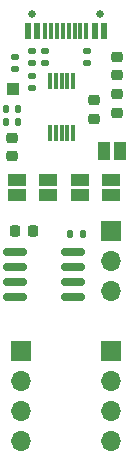
<source format=gbr>
%TF.GenerationSoftware,KiCad,Pcbnew,6.0.11+dfsg-1~bpo11+1*%
%TF.CreationDate,2023-10-28T20:26:38+09:00*%
%TF.ProjectId,pcb-devboard,7063622d-6465-4766-926f-6172642e6b69,rev?*%
%TF.SameCoordinates,Original*%
%TF.FileFunction,Soldermask,Top*%
%TF.FilePolarity,Negative*%
%FSLAX46Y46*%
G04 Gerber Fmt 4.6, Leading zero omitted, Abs format (unit mm)*
G04 Created by KiCad (PCBNEW 6.0.11+dfsg-1~bpo11+1) date 2023-10-28 20:26:38*
%MOMM*%
%LPD*%
G01*
G04 APERTURE LIST*
G04 Aperture macros list*
%AMRoundRect*
0 Rectangle with rounded corners*
0 $1 Rounding radius*
0 $2 $3 $4 $5 $6 $7 $8 $9 X,Y pos of 4 corners*
0 Add a 4 corners polygon primitive as box body*
4,1,4,$2,$3,$4,$5,$6,$7,$8,$9,$2,$3,0*
0 Add four circle primitives for the rounded corners*
1,1,$1+$1,$2,$3*
1,1,$1+$1,$4,$5*
1,1,$1+$1,$6,$7*
1,1,$1+$1,$8,$9*
0 Add four rect primitives between the rounded corners*
20,1,$1+$1,$2,$3,$4,$5,0*
20,1,$1+$1,$4,$5,$6,$7,0*
20,1,$1+$1,$6,$7,$8,$9,0*
20,1,$1+$1,$8,$9,$2,$3,0*%
G04 Aperture macros list end*
%ADD10RoundRect,0.225000X-0.225000X-0.250000X0.225000X-0.250000X0.225000X0.250000X-0.225000X0.250000X0*%
%ADD11R,0.300000X1.400000*%
%ADD12RoundRect,0.135000X-0.185000X0.135000X-0.185000X-0.135000X0.185000X-0.135000X0.185000X0.135000X0*%
%ADD13R,1.500000X1.000000*%
%ADD14RoundRect,0.135000X-0.135000X-0.185000X0.135000X-0.185000X0.135000X0.185000X-0.135000X0.185000X0*%
%ADD15RoundRect,0.135000X0.185000X-0.135000X0.185000X0.135000X-0.185000X0.135000X-0.185000X-0.135000X0*%
%ADD16R,1.000000X1.500000*%
%ADD17RoundRect,0.218750X0.256250X-0.218750X0.256250X0.218750X-0.256250X0.218750X-0.256250X-0.218750X0*%
%ADD18C,0.650000*%
%ADD19R,0.600000X1.450000*%
%ADD20R,0.300000X1.450000*%
%ADD21RoundRect,0.225000X0.250000X-0.225000X0.250000X0.225000X-0.250000X0.225000X-0.250000X-0.225000X0*%
%ADD22RoundRect,0.135000X0.135000X0.185000X-0.135000X0.185000X-0.135000X-0.185000X0.135000X-0.185000X0*%
%ADD23RoundRect,0.150000X-0.825000X-0.150000X0.825000X-0.150000X0.825000X0.150000X-0.825000X0.150000X0*%
%ADD24R,1.000000X1.000000*%
%ADD25R,1.700000X1.700000*%
%ADD26O,1.700000X1.700000*%
G04 APERTURE END LIST*
D10*
%TO.C,C3*%
X141668200Y-109220000D03*
X143218200Y-109220000D03*
%TD*%
D11*
%TO.C,U1*%
X146643600Y-96555100D03*
X146143600Y-96555100D03*
X145643600Y-96555100D03*
X145143600Y-96555100D03*
X144643600Y-96555100D03*
X144643600Y-100955100D03*
X145143600Y-100955100D03*
X145643600Y-100955100D03*
X146143600Y-100955100D03*
X146643600Y-100955100D03*
%TD*%
D12*
%TO.C,R3*%
X141681200Y-94462500D03*
X141681200Y-95482500D03*
%TD*%
D13*
%TO.C,JP5*%
X149860000Y-104872000D03*
X149860000Y-106172000D03*
%TD*%
D14*
%TO.C,R7*%
X140966000Y-98932900D03*
X141986000Y-98932900D03*
%TD*%
D15*
%TO.C,R1*%
X147777200Y-94997900D03*
X147777200Y-93977900D03*
%TD*%
D16*
%TO.C,JP1*%
X149260800Y-102489000D03*
X150560800Y-102489000D03*
%TD*%
D13*
%TO.C,JP3*%
X147193000Y-104872000D03*
X147193000Y-106172000D03*
%TD*%
D17*
%TO.C,D1*%
X141478000Y-102895500D03*
X141478000Y-101320500D03*
%TD*%
D18*
%TO.C,USB1*%
X148889200Y-90887100D03*
X143109200Y-90887100D03*
D19*
X149224200Y-92332100D03*
X148449200Y-92332100D03*
D20*
X147749200Y-92332100D03*
X147249200Y-92332100D03*
X146749200Y-92332100D03*
X146249200Y-92332100D03*
X145749200Y-92332100D03*
X145249200Y-92332100D03*
X144749200Y-92332100D03*
X144249200Y-92332100D03*
D19*
X143549200Y-92332100D03*
X142774200Y-92332100D03*
%TD*%
D21*
%TO.C,C2*%
X148386800Y-99707900D03*
X148386800Y-98157900D03*
%TD*%
D22*
%TO.C,R6*%
X141986000Y-99999700D03*
X140966000Y-99999700D03*
%TD*%
D15*
%TO.C,R2*%
X144246600Y-94999900D03*
X144246600Y-93979900D03*
%TD*%
D12*
%TO.C,R5*%
X143103600Y-93979900D03*
X143103600Y-94999900D03*
%TD*%
D21*
%TO.C,C4*%
X150317200Y-99199900D03*
X150317200Y-97649900D03*
%TD*%
D13*
%TO.C,JP2*%
X144526000Y-104872000D03*
X144526000Y-106172000D03*
%TD*%
%TO.C,JP4*%
X141859000Y-104872000D03*
X141859000Y-106172000D03*
%TD*%
D23*
%TO.C,U2*%
X141670000Y-110998000D03*
X141670000Y-112268000D03*
X141670000Y-113538000D03*
X141670000Y-114808000D03*
X146620000Y-114808000D03*
X146620000Y-113538000D03*
X146620000Y-112268000D03*
X146620000Y-110998000D03*
%TD*%
D21*
%TO.C,C1*%
X150317200Y-96012500D03*
X150317200Y-94462500D03*
%TD*%
D22*
%TO.C,R8*%
X147421600Y-109448600D03*
X146401600Y-109448600D03*
%TD*%
D12*
%TO.C,R4*%
X143103600Y-96062700D03*
X143103600Y-97082700D03*
%TD*%
D24*
%TO.C,TP1*%
X141503400Y-97231200D03*
%TD*%
D25*
%TO.C,J2*%
X142240000Y-119380000D03*
D26*
X142240000Y-121920000D03*
X142240000Y-124460000D03*
X142240000Y-127000000D03*
%TD*%
D25*
%TO.C,J3*%
X149860000Y-119380000D03*
D26*
X149860000Y-121920000D03*
X149860000Y-124460000D03*
X149860000Y-127000000D03*
%TD*%
D25*
%TO.C,J1*%
X149860000Y-109220000D03*
D26*
X149860000Y-111760000D03*
X149860000Y-114300000D03*
%TD*%
M02*

</source>
